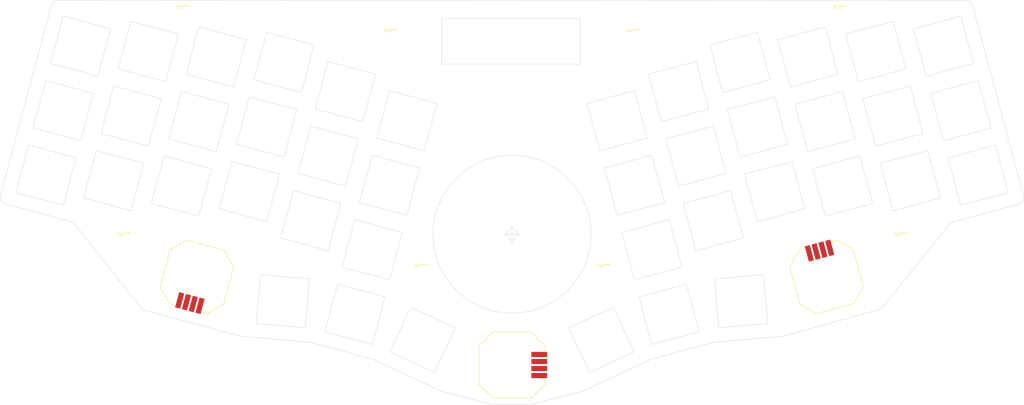
<source format=kicad_pcb>
(kicad_pcb (version 20211014) (generator pcbnew)
  (layers (0 "F.Cu" signal) (31 "B.Cu" signal) (34 "B.Paste" user) (35 "F.Paste" user) (36 "B.SilkS" user "B.Silkscreen") (37 "F.SilkS" user "F.Silkscreen") (38 "B.Mask" user) (39 "F.Mask" user) (44 "Edge.Cuts" user))
  (net 0 "")
  (net 1 "GND")
  (net 2 "Net-(D43-Pad2)")
  (net 3 "Net-(D44-Pad2)")
  (net 4 "Net-(D45-Pad2)")
  (net 5 "Net-(D46-Pad2)")
  (net 6 "Net-(D47-Pad2)")
  (net 7 "Net-(D48-Pad2)")
  (net 8 "joy0")
  (net 9 "joy1")
  (net 10 "joy2")
  (footprint "MountingHole:MountingHole_2.2mm_M2" (layer "F.Cu") (at 173.423255 97.613904)
    (fp_text reference "Ref**" (at 0 -3.2) (layer "F.SilkS"))
    (fp_text value "Val**")
    (pad "" np_thru_hole circle (at 0 0) (size 2.2 2.2) (drill 2.2) (layers *.Cu *.Mask))
  )
  (footprint "MountingHole:MountingHole_2.2mm_M2" (layer "F.Cu") (at 97.423257 155.613908)
    (fp_text reference "Ref**" (at 0 -3.2) (layer "F.SilkS"))
    (fp_text value "Val**")
    (pad "" np_thru_hole circle (at 0 0) (size 2.2 2.2) (drill 2.2) (layers *.Cu *.Mask))
  )
  (footprint "MountingHole:MountingHole_2.2mm_M2" (layer "F.Cu") (at 114.42326 90.813903)
    (fp_text reference "Ref**" (at 0 -3.2) (layer "F.SilkS"))
    (fp_text value "Val**")
    (pad "" np_thru_hole circle (at 0 0) (size 2.2 2.2) (drill 2.2) (layers *.Cu *.Mask))
  )
  (footprint "MountingHole:MountingHole_2.2mm_M2" (layer "F.Cu") (at 318.623254 155.613903)
    (fp_text reference "Ref**" (at 0 -3.2) (layer "F.SilkS"))
    (fp_text value "Val**")
    (pad "" np_thru_hole circle (at 0 0) (size 2.2 2.2) (drill 2.2) (layers *.Cu *.Mask))
  )
  (footprint "HackPack_Footprints:JOYSTICK-PSP1000" (layer "F.Cu") (at 208.032082 189.742885 -90)
    (fp_text reference "U3" (at 5 -8.75 90) (layer "F.SilkS") (effects (font (size 0.480767 0.480767) (thickness 0.05))))
    (fp_text value "HackPackv4-rescue:PSP_1000_JSTK" hide)
    (fp_line (start 9.377 5.5) (end 9.377 -5.5) (layer "F.SilkS") (width 0.2032))
    (fp_line (start -5.5 -9.377) (end -3.898 -9.377) (layer "F.SilkS") (width 0.2032))
    (fp_line (start -5.5 -9.377) (end -9.377 -5.5) (layer "F.SilkS") (width 0.2032))
    (fp_line (start 5.5 -9.377) (end 9.377 -5.5) (layer "F.SilkS") (width 0.2032))
    (fp_line (start -9.377 5.5) (end -9.377 -5.5) (layer "F.SilkS") (width 0.2032))
    (fp_line (start -5.5 9.377) (end 5.5 9.377) (layer "F.SilkS") (width 0.2032))
    (fp_line (start 3.898 -9.377) (end 5.5 -9.377) (layer "F.SilkS") (width 0.2032))
    (fp_line (start 9.377 5.5) (end 5.5 9.377) (layer "F.SilkS") (width 0.2032))
    (fp_line (start -9.377 5.5) (end -5.5 9.377) (layer "F.SilkS") (width 0.2032))
    (pad "" np_thru_hole circle locked (at -7.375 10.06 270) (size 2 2) (drill 2) (layers *.Cu *.Mask "F.SilkS"))
    (pad "" np_thru_hole circle locked (at -8.89 -8.985 270) (size 2 2) (drill 2) (layers *.Cu *.Mask "F.SilkS"))
    (pad "1" smd rect locked (at 3 -7.75) (size 4.5 1.5) (layers "F.Cu" "F.Paste" "F.Mask") (net 2 "Net-(D43-Pad2)"))
    (pad "2" smd rect locked (at 1 -7.75) (size 4.5 1.5) (layers "F.Cu" "F.Paste" "F.Mask") (net 8 "joy0"))
    (pad "3" smd rect locked (at -1 -7.75) (size 4.5 1.5) (layers "F.Cu" "F.Paste" "F.Mask") (net 3 "Net-(D44-Pad2)"))
    (pad "4" smd rect locked (at -3 -7.75) (size 4.5 1.5) (layers "F.Cu" "F.Paste" "F.Mask") (net 1 "GND"))
  )
  (footprint "MountingHole:MountingHole_2.2mm_M2" (layer "F.Cu") (at 182.023253 164.613904)
    (fp_text reference "Ref**" (at 0 -3.2) (layer "F.SilkS"))
    (fp_text value "Val**")
    (pad "" np_thru_hole circle (at 0 0) (size 2.2 2.2) (drill 2.2) (layers *.Cu *.Mask))
  )
  (footprint "MountingHole:MountingHole_2.2mm_M2" (layer "F.Cu") (at 301.573255 90.863904)
    (fp_text reference "Ref**" (at 0 -3.2) (layer "F.SilkS"))
    (fp_text value "Val**")
    (pad "" np_thru_hole circle (at 0 0) (size 2.2 2.2) (drill 2.2) (layers *.Cu *.Mask))
  )
  (footprint "MountingHole:MountingHole_2.2mm_M2" (layer "F.Cu") (at 242.623256 97.613907)
    (fp_text reference "Ref**" (at 0 -3.2) (layer "F.SilkS"))
    (fp_text value "Val**")
    (pad "" np_thru_hole circle (at 0 0) (size 2.2 2.2) (drill 2.2) (layers *.Cu *.Mask))
  )
  (footprint "MountingHole:MountingHole_2.2mm_M2" (layer "F.Cu") (at 234.023255 164.613903)
    (fp_text reference "Ref**" (at 0 -3.2) (layer "F.SilkS"))
    (fp_text value "Val**")
    (pad "" np_thru_hole circle (at 0 0) (size 2.2 2.2) (drill 2.2) (layers *.Cu *.Mask))
  )
  (footprint "HackPack_Footprints:JOYSTICK-PSP1000" (layer "F.Cu") (at 118.312053 164.610242 165)
    (fp_text reference "U4" (at 5 -8.75 165) (layer "F.SilkS") (effects (font (size 0.480767 0.480767) (thickness 0.05))))
    (fp_text value "HackPackv4-rescue:PSP_1000_JSTK" hide)
    (fp_line (start -5.5 -9.377) (end -3.898 -9.377) (layer "F.SilkS") (width 0.2032))
    (fp_line (start 9.377 5.5) (end 9.377 -5.5) (layer "F.SilkS") (width 0.2032))
    (fp_line (start -9.377 5.5) (end -5.5 9.377) (layer "F.SilkS") (width 0.2032))
    (fp_line (start 9.377 5.5) (end 5.5 9.377) (layer "F.SilkS") (width 0.2032))
    (fp_line (start 3.898 -9.377) (end 5.5 -9.377) (layer "F.SilkS") (width 0.2032))
    (fp_line (start 5.5 -9.377) (end 9.377 -5.5) (layer "F.SilkS") (width 0.2032))
    (fp_line (start -5.5 9.377) (end 5.5 9.377) (layer "F.SilkS") (width 0.2032))
    (fp_line (start -5.5 -9.377) (end -9.377 -5.5) (layer "F.SilkS") (width 0.2032))
    (fp_line (start -9.377 5.5) (end -9.377 -5.5) (layer "F.SilkS") (width 0.2032))
    (pad "" np_thru_hole circle locked (at -8.89 -8.985 165) (size 2 2) (drill 2) (layers *.Cu *.Mask "F.SilkS"))
    (pad "" np_thru_hole circle locked (at -7.375 10.06 165) (size 2 2) (drill 2) (layers *.Cu *.Mask "F.SilkS"))
    (pad "1" smd rect locked (at 3 -7.75 255) (size 4.5 1.5) (layers "F.Cu" "F.Paste" "F.Mask") (net 4 "Net-(D45-Pad2)"))
    (pad "2" smd rect locked (at 1 -7.75 255) (size 4.5 1.5) (layers "F.Cu" "F.Paste" "F.Mask") (net 9 "joy1"))
    (pad "3" smd rect locked (at -1 -7.75 255) (size 4.5 1.5) (layers "F.Cu" "F.Paste" "F.Mask") (net 5 "Net-(D46-Pad2)"))
    (pad "4" smd rect locked (at -3 -7.75 255) (size 4.5 1.5) (layers "F.Cu" "F.Paste" "F.Mask") (net 1 "GND"))
  )
  (footprint "HackPack_Footprints:JOYSTICK-PSP1000" (layer "F.Cu") (at 297.597143 164.603401 15)
    (fp_text reference "U5" (at 5 -8.75 15) (layer "F.SilkS") (effects (font (size 0.480767 0.480767) (thickness 0.05))))
    (fp_text value "HackPackv4-rescue:PSP_1000_JSTK" hide)
    (fp_line (start 9.377 5.5) (end 9.377 -5.5) (layer "F.SilkS") (width 0.2032))
    (fp_line (start 5.5 -9.377) (end 9.377 -5.5) (layer "F.SilkS") (width 0.2032))
    (fp_line (start -5.5 -9.377) (end -3.898 -9.377) (layer "F.SilkS") (width 0.2032))
    (fp_line (start 9.377 5.5) (end 5.5 9.377) (layer "F.SilkS") (width 0.2032))
    (fp_line (start -5.5 9.377) (end 5.5 9.377) (layer "F.SilkS") (width 0.2032))
    (fp_line (start -9.377 5.5) (end -5.5 9.377) (layer "F.SilkS") (width 0.2032))
    (fp_line (start -9.377 5.5) (end -9.377 -5.5) (layer "F.SilkS") (width 0.2032))
    (fp_line (start -5.5 -9.377) (end -9.377 -5.5) (layer "F.SilkS") (width 0.2032))
    (fp_line (start 3.898 -9.377) (end 5.5 -9.377) (layer "F.SilkS") (width 0.2032))
    (pad "" np_thru_hole circle locked (at -8.89 -8.985 15) (size 2 2) (drill 2) (layers *.Cu *.Mask "F.SilkS"))
    (pad "" np_thru_hole circle locked (at -7.375 10.06 15) (size 2 2) (drill 2) (layers *.Cu *.Mask "F.SilkS"))
    (pad "1" smd rect locked (at 3 -7.75 105) (size 4.5 1.5) (layers "F.Cu" "F.Paste" "F.Mask") (net 6 "Net-(D47-Pad2)"))
    (pad "2" smd rect locked (at 1 -7.75 105) (size 4.5 1.5) (layers "F.Cu" "F.Paste" "F.Mask") (net 10 "joy2"))
    (pad "3" smd rect locked (at -1 -7.75 105) (size 4.5 1.5) (layers "F.Cu" "F.Paste" "F.Mask") (net 7 "Net-(D48-Pad2)"))
    (pad "4" smd rect locked (at -3 -7.75 105) (size 4.5 1.5) (layers "F.Cu" "F.Paste" "F.Mask") (net 1 "GND"))
  )
  (gr_line (start 187.902641 197.176217) (end 202.423263 201.025134) (layer "Edge.Cuts") (width 0.1))
  (gr_poly (pts (xy 332.178549 130.675711) (xy 345.701514 127.052245) (xy 349.324979 140.575207) (xy 335.802018 144.198674)) (layer "Edge.Cuts") (width 0.1) (fill none))
  (gr_poly (pts (xy 251.832767 125.235357) (xy 265.355729 121.611888) (xy 268.979196 135.134849) (xy 255.456235 138.758317)) (layer "Edge.Cuts") (width 0.1) (fill none))
  (gr_poly (pts (xy 133.221753 113.300738) (xy 146.744714 116.924203) (xy 143.121247 130.447164) (xy 129.598287 126.8237)) (layer "Edge.Cuts") (width 0.1) (fill none))
  (gr_poly (pts (xy 108.984496 130.15186) (xy 122.507457 133.775332) (xy 118.88399 147.298288) (xy 105.361029 143.674821)) (layer "Edge.Cuts") (width 0.1) (fill none))
  (gr_poly (pts (xy 138.152256 94.899851) (xy 151.675217 98.523318) (xy 148.051751 112.046278) (xy 134.528789 108.422813)) (layer "Edge.Cuts") (width 0.1) (fill none))
  (gr_line (start 130.887692 181.536763) (end 102.753275 173.957522) (layer "Edge.Cuts") (width 0.1))
  (gr_poly (pts (xy 155.647274 103.211092) (xy 169.170239 106.834561) (xy 165.546772 120.357522) (xy 152.023808 116.734053)) (layer "Edge.Cuts") (width 0.1) (fill none))
  (gr_poly (pts (xy 322.317547 93.873939) (xy 335.840506 90.250472) (xy 339.463973 103.773433) (xy 325.941012 107.3969)) (layer "Edge.Cuts") (width 0.1) (fill none))
  (gr_line (start 150.489908 183.25887) (end 168.243623 188.015964) (layer "Edge.Cuts") (width 0.1))
  (gr_poly (pts (xy 303.010791 95.423701) (xy 316.533754 91.800234) (xy 320.157219 105.323196) (xy 306.634259 108.946662)) (layer "Edge.Cuts") (width 0.1) (fill none))
  (gr_poly (pts (xy 94.608244 110.201212) (xy 108.131208 113.82468) (xy 104.507741 127.347638) (xy 90.984779 123.724172)) (layer "Edge.Cuts") (width 0.1) (fill none))
  (gr_line (start 228.170531 197.173765) (end 213.523273 201.02514) (layer "Edge.Cuts") (width 0.1))
  (gr_line (start 213.523273 201.02514) (end 202.423263 201.025134) (layer "Edge.Cuts") (width 0.1))
  (gr_poly (pts (xy 307.941294 113.824588) (xy 321.464257 110.201121) (xy 325.087723 123.724082) (xy 311.564761 127.347547)) (layer "Edge.Cuts") (width 0.1) (fill none))
  (gr_poly (pts (xy 188.022057 90.996442) (xy 227.472053 90.996441) (xy 227.472052 103.996443) (xy 188.022055 103.996443)) (layer "Edge.Cuts") (width 0.1) (fill none))
  (gr_poly (pts (xy 89.677741 128.602099) (xy 103.200705 132.225566) (xy 99.577238 145.748525) (xy 86.054279 142.12506)) (layer "Edge.Cuts") (width 0.1) (fill none))
  (gr_poly (pts (xy 229.407243 115.145711) (xy 242.930204 111.522245) (xy 246.553672 125.045207) (xy 233.030713 128.668673)) (layer "Edge.Cuts") (width 0.1) (fill none))
  (gr_poly (pts (xy 244.19875 170.348373) (xy 257.721714 166.724905) (xy 261.345182 180.247867) (xy 247.822217 183.871334)) (layer "Edge.Cuts") (width 0.1) (fill none))
  (gr_poly (pts (xy 264.397284 98.523225) (xy 277.920247 94.899759) (xy 281.543713 108.422722) (xy 268.020752 112.046186)) (layer "Edge.Cuts") (width 0.1) (fill none))
  (gr_poly (pts (xy 136.437382 163.954408) (xy 150.38411 165.174591) (xy 149.163931 179.121317) (xy 135.217203 177.901136)) (layer "Edge.Cuts") (width 0.1) (fill none))
  (gr_poly (pts (xy 293.565043 133.775237) (xy 307.088006 130.15177) (xy 310.711472 143.674732) (xy 297.188511 147.2982)) (layer "Edge.Cuts") (width 0.1) (fill none))
  (gr_poly (pts (xy 113.915 111.750974) (xy 127.43796 115.37444) (xy 123.814491 128.897406) (xy 110.291533 125.273938)) (layer "Edge.Cuts") (width 0.1) (fill none))
  (gr_arc (start 336.737051 85.866228) (mid 338.254745 86.065945) (end 339.186545 87.28044) (layer "Edge.Cuts") (width 0.1))
  (gr_line (start 313.109834 173.781746) (end 332.979183 149.099185) (layer "Edge.Cuts") (width 0.1))
  (gr_poly (pts (xy 150.716774 121.611979) (xy 164.239737 125.235446) (xy 160.616269 138.758407) (xy 147.093308 135.13494)) (layer "Edge.Cuts") (width 0.1) (fill none))
  (gr_poly (pts (xy 80.231995 90.250563) (xy 93.754956 93.874031) (xy 90.131488 107.396989) (xy 76.60853 103.773521)) (layer "Edge.Cuts") (width 0.1) (fill none))
  (gr_line (start 130.887692 181.536763) (end 150.489908 183.25887) (layer "Edge.Cuts") (width 0.1))
  (gr_line (start 63.80675 143.859185) (end 83.102056 149.026442) (layer "Edge.Cuts") (width 0.1))
  (gr_poly (pts (xy 224.185506 179.17688) (xy 236.873815 173.260224) (xy 242.79047 185.948533) (xy 230.102162 191.865188)) (layer "Edge.Cuts") (width 0.1) (fill none))
  (gr_poly (pts (xy 70.370989 127.052337) (xy 83.893949 130.675807) (xy 80.270483 144.198766) (xy 66.747522 140.575299)) (layer "Edge.Cuts") (width 0.1) (fill none))
  (gr_line (start 285.185476 181.534307) (end 313.109834 173.781746) (layer "Edge.Cuts") (width 0.1))
  (gr_poly (pts (xy 75.301492 108.651447) (xy 88.824453 112.274917) (xy 85.200987 125.797878) (xy 71.678024 122.174412)) (layer "Edge.Cuts") (width 0.1) (fill none))
  (gr_poly (pts (xy 99.538747 91.800326) (xy 113.061709 95.423791) (xy 109.438243 108.946753) (xy 95.91528 105.323286)) (layer "Edge.Cuts") (width 0.1) (fill none))
  (gr_poly (pts (xy 265.688411 165.174477) (xy 279.635136 163.954295) (xy 280.855316 177.901024) (xy 266.90859 179.121204)) (layer "Edge.Cuts") (width 0.1) (fill none))
  (gr_poly (pts (xy 234.337745 133.546598) (xy 247.860708 129.923132) (xy 251.484175 143.446096) (xy 237.961215 147.069561)) (layer "Edge.Cuts") (width 0.1) (fill none))
  (gr_line (start 285.185476 181.534307) (end 265.583264 183.25641) (layer "Edge.Cuts") (width 0.1))
  (gr_poly (pts (xy 274.25829 135.325) (xy 287.781251 131.701533) (xy 291.404718 145.224496) (xy 277.881757 148.847961)) (layer "Edge.Cuts") (width 0.1) (fill none))
  (gr_poly (pts (xy 239.268247 151.947485) (xy 252.791211 148.324019) (xy 256.414678 161.84698) (xy 242.891717 165.470448)) (layer "Edge.Cuts") (width 0.1) (fill none))
  (gr_poly (pts (xy 163.28129 148.32411) (xy 176.804252 151.947578) (xy 173.180784 165.470538) (xy 159.657822 161.847075)) (layer "Edge.Cuts") (width 0.1) (fill none))
  (gr_line (start 76.880206 87.210847) (end 62.366208 141.392769) (layer "Edge.Cuts") (width 0.1))
  (gr_poly (pts (xy 288.634541 115.374351) (xy 302.157503 111.750883) (xy 305.780969 125.273845) (xy 292.258008 128.897312)) (layer "Edge.Cuts") (width 0.1) (fill none))
  (gr_line (start 352.292519 143.91981) (end 332.979183 149.099185) (layer "Edge.Cuts") (width 0.1))
  (gr_poly (pts (xy 283.704038 96.973463) (xy 297.227 93.349996) (xy 300.850466 106.872958) (xy 287.327504 110.496426)) (layer "Edge.Cuts") (width 0.1) (fill none))
  (gr_poly (pts (xy 312.871797 132.225474) (xy 326.39476 128.602008) (xy 330.018226 142.12497) (xy 316.495265 145.748435)) (layer "Edge.Cuts") (width 0.1) (fill none))
  (gr_poly (pts (xy 327.248048 112.274824) (xy 340.771011 108.651357) (xy 344.394476 122.174321) (xy 330.871516 125.797788)) (layer "Edge.Cuts") (width 0.1) (fill none))
  (gr_line (start 79.329697 85.796623) (end 336.737051 85.866228) (layer "Edge.Cuts") (width 0.1))
  (gr_arc (start 63.80675 143.859185) (mid 62.572051 142.926445) (end 62.366208 141.392769) (layer "Edge.Cuts") (width 0.1))
  (gr_poly (pts (xy 179.198695 173.260336) (xy 191.887003 179.17699) (xy 185.970348 191.8653) (xy 173.282039 185.948643)) (layer "Edge.Cuts") (width 0.1) (fill none))
  (gr_poly (pts (xy 128.291251 131.701623) (xy 141.814212 135.325089) (xy 138.190745 148.84805) (xy 124.667783 145.224585)) (layer "Edge.Cuts") (width 0.1) (fill none))
  (gr_line (start 168.243623 188.015964) (end 187.902641 197.176217) (layer "Edge.Cuts") (width 0.1))
  (gr_poly (pts (xy 256.763269 143.636243) (xy 270.286231 140.012777) (xy 273.909697 153.535737) (xy 260.386736 157.159204)) (layer "Edge.Cuts") (width 0.1) (fill none))
  (gr_arc (start 353.706737 141.470323) (mid 353.506977 142.987999) (end 352.292519 143.91981) (layer "Edge.Cuts") (width 0.1))
  (gr_circle (center 208.032058 152.469512) (end 230.532055 152.466443) (layer "Edge.Cuts") (width 0.1) (fill none))
  (gr_line (start 265.583264 183.25641) (end 247.829545 188.013504) (layer "Edge.Cuts") (width 0.1))
  (gr_poly (pts (xy 269.327787 116.924112) (xy 282.85075 113.300646) (xy 286.474216 126.823609) (xy 272.951254 130.447073)) (layer "Edge.Cuts") (width 0.1) (fill none))
  (gr_line (start 339.186545 87.28044) (end 353.706737 141.470323) (layer "Edge.Cuts") (width 0.1))
  (gr_poly (pts (xy 173.142295 111.522335) (xy 186.665259 115.145801) (xy 183.041789 128.668763) (xy 169.518832 125.045298)) (layer "Edge.Cuts") (width 0.1) (fill none))
  (gr_poly (pts (xy 158.350788 166.724998) (xy 171.873748 170.348463) (xy 168.250283 183.871427) (xy 154.727318 180.24796)) (layer "Edge.Cuts") (width 0.1) (fill none))
  (gr_line (start 102.753275 173.957522) (end 83.102056 149.026442) (layer "Edge.Cuts") (width 0.1))
  (gr_line (start 247.829545 188.013504) (end 228.170531 197.173765) (layer "Edge.Cuts") (width 0.1))
  (gr_poly (pts (xy 168.211792 129.923223) (xy 181.734757 133.54669) (xy 178.111288 147.069653) (xy 164.588326 143.446186)) (layer "Edge.Cuts") (width 0.1) (fill none))
  (gr_poly (pts (xy 118.845501 93.350085) (xy 132.368464 96.973554) (xy 128.744996 110.496516) (xy 115.222037 106.873049)) (layer "Edge.Cuts") (width 0.1) (fill none))
  (gr_poly (pts (xy 246.902265 106.834469) (xy 260.425226 103.211002) (xy 264.048694 116.733962) (xy 250.525732 120.357429)) (layer "Edge.Cuts") (width 0.1) (fill none))
  (gr_arc (start 76.880206 87.210847) (mid 77.812067 85.99647) (end 79.329697 85.796623) (layer "Edge.Cuts") (width 0.1))
  (gr_poly (pts (xy 145.786271 140.012869) (xy 159.309235 143.636333) (xy 155.685764 157.159298) (xy 142.162806 153.53583)) (layer "Edge.Cuts") (width 0.1) (fill none))
  (target plus (at 208.032058 152.469512) (size 5) (width 0.1) (layer "Edge.Cuts"))
)
</source>
